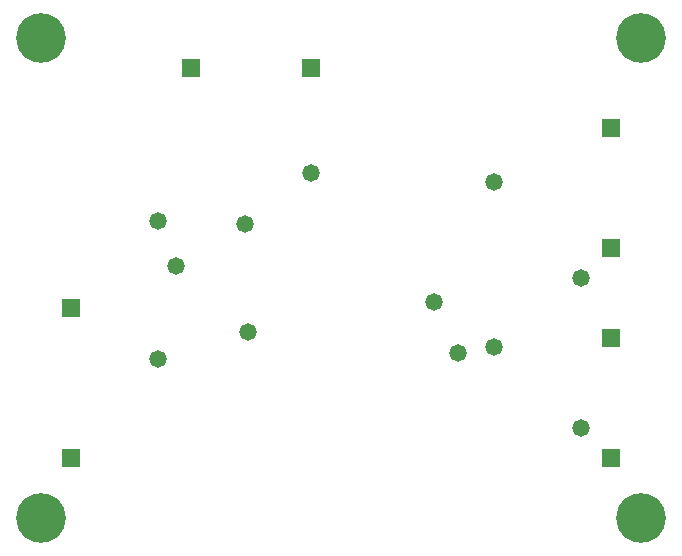
<source format=gbs>
%FSTAX23Y23*%
%MOIN*%
%SFA1B1*%

%IPPOS*%
%ADD19R,0.061810X0.061810*%
%ADD20C,0.058000*%
%ADD21C,0.165480*%
%LNlm709_pcb-1*%
%LPD*%
G54D19*
X045Y022D03*
Y026D03*
Y029D03*
Y033D03*
X031Y035D03*
X035D03*
X027Y027D03*
Y022D03*
G54D20*
X044Y028D03*
X0299Y0253D03*
X044Y023D03*
X0411Y0257D03*
Y0312D03*
X035Y0315D03*
X0299Y0299D03*
X0305Y0284D03*
X0329Y0262D03*
X0328Y0298D03*
X0399Y0255D03*
X0391Y0272D03*
G54D21*
X026Y02D03*
X046D03*
Y036D03*
X026D03*
M02*
</source>
